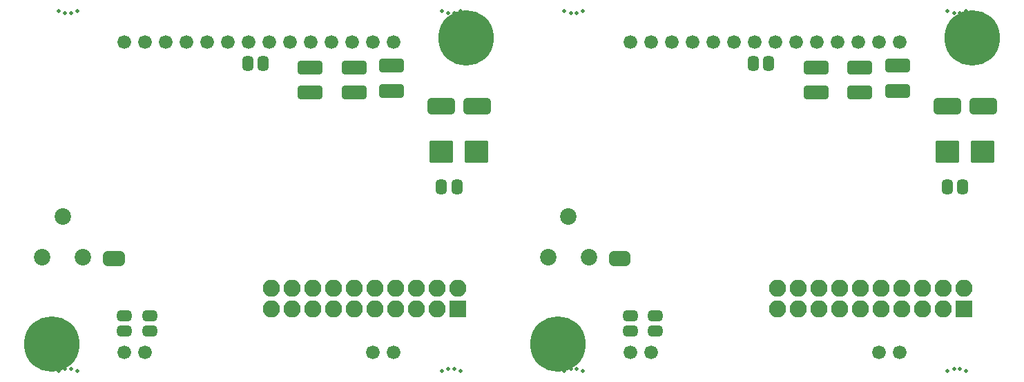
<source format=gts>
G04 #@! TF.GenerationSoftware,KiCad,Pcbnew,7.0.2-0*
G04 #@! TF.CreationDate,2023-05-23T19:49:29+02:00*
G04 #@! TF.ProjectId,dogs102,646f6773-3130-4322-9e6b-696361645f70,rev?*
G04 #@! TF.SameCoordinates,Original*
G04 #@! TF.FileFunction,Soldermask,Top*
G04 #@! TF.FilePolarity,Negative*
%FSLAX46Y46*%
G04 Gerber Fmt 4.6, Leading zero omitted, Abs format (unit mm)*
G04 Created by KiCad (PCBNEW 7.0.2-0) date 2023-05-23 19:49:29*
%MOMM*%
%LPD*%
G01*
G04 APERTURE LIST*
G04 Aperture macros list*
%AMRoundRect*
0 Rectangle with rounded corners*
0 $1 Rounding radius*
0 $2 $3 $4 $5 $6 $7 $8 $9 X,Y pos of 4 corners*
0 Add a 4 corners polygon primitive as box body*
4,1,4,$2,$3,$4,$5,$6,$7,$8,$9,$2,$3,0*
0 Add four circle primitives for the rounded corners*
1,1,$1+$1,$2,$3*
1,1,$1+$1,$4,$5*
1,1,$1+$1,$6,$7*
1,1,$1+$1,$8,$9*
0 Add four rect primitives between the rounded corners*
20,1,$1+$1,$2,$3,$4,$5,0*
20,1,$1+$1,$4,$5,$6,$7,0*
20,1,$1+$1,$6,$7,$8,$9,0*
20,1,$1+$1,$8,$9,$2,$3,0*%
%AMFreePoly0*
4,1,40,0.586777,0.930194,0.656366,0.874698,0.694986,0.794504,0.700000,0.750000,0.700000,-0.750000,0.680194,-0.836777,0.624698,-0.906366,0.544504,-0.944986,0.500000,-0.950000,0.000000,-0.950000,-0.022297,-0.944911,-0.071157,-0.944911,-0.127504,-0.936810,-0.264055,-0.896715,-0.315837,-0.873066,-0.435559,-0.796125,-0.478580,-0.758847,-0.571777,-0.651292,-0.602554,-0.603402,-0.661673,-0.473948,
-0.677710,-0.419330,-0.697964,-0.278464,-0.700000,-0.250000,-0.700000,0.250000,-0.697964,0.278464,-0.677710,0.419330,-0.661673,0.473948,-0.602554,0.603402,-0.571777,0.651292,-0.478580,0.758847,-0.435559,0.796125,-0.315837,0.873066,-0.264055,0.896715,-0.127504,0.936810,-0.071157,0.944911,-0.044660,0.944911,-0.044504,0.944986,0.000000,0.950000,0.500000,0.950000,0.586777,0.930194,
0.586777,0.930194,$1*%
%AMFreePoly1*
4,1,40,0.022297,0.944911,0.071157,0.944911,0.127504,0.936810,0.264055,0.896715,0.315837,0.873066,0.435559,0.796125,0.478580,0.758847,0.571777,0.651292,0.602554,0.603402,0.661673,0.473948,0.677710,0.419330,0.697964,0.278464,0.700000,0.250000,0.700000,-0.250000,0.697964,-0.278464,0.677710,-0.419330,0.661673,-0.473948,0.602554,-0.603402,0.571777,-0.651292,0.478580,-0.758847,
0.435559,-0.796125,0.315837,-0.873066,0.264055,-0.896715,0.127504,-0.936810,0.071157,-0.944911,0.044660,-0.944911,0.044504,-0.944986,0.000000,-0.950000,-0.500000,-0.950000,-0.586777,-0.930194,-0.656366,-0.874698,-0.694986,-0.794504,-0.700000,-0.750000,-0.700000,0.750000,-0.680194,0.836777,-0.624698,0.906366,-0.544504,0.944986,-0.500000,0.950000,0.000000,0.950000,0.022297,0.944911,
0.022297,0.944911,$1*%
G04 Aperture macros list end*
%ADD10RoundRect,0.450000X1.100000X-0.412500X1.100000X0.412500X-1.100000X0.412500X-1.100000X-0.412500X0*%
%ADD11C,1.200000*%
%ADD12C,6.800000*%
%ADD13RoundRect,0.443750X0.243750X0.456250X-0.243750X0.456250X-0.243750X-0.456250X0.243750X-0.456250X0*%
%ADD14RoundRect,0.450000X-1.250000X-0.550000X1.250000X-0.550000X1.250000X0.550000X-1.250000X0.550000X0*%
%ADD15RoundRect,0.443750X-0.243750X-0.456250X0.243750X-0.456250X0.243750X0.456250X-0.243750X0.456250X0*%
%ADD16RoundRect,0.200000X-1.250000X-1.150000X1.250000X-1.150000X1.250000X1.150000X-1.250000X1.150000X0*%
%ADD17RoundRect,0.443750X0.456250X-0.243750X0.456250X0.243750X-0.456250X0.243750X-0.456250X-0.243750X0*%
%ADD18C,1.680000*%
%ADD19FreePoly0,180.000000*%
%ADD20FreePoly1,180.000000*%
%ADD21C,2.020000*%
%ADD22C,0.500000*%
%ADD23RoundRect,0.200000X0.850000X-0.850000X0.850000X0.850000X-0.850000X0.850000X-0.850000X-0.850000X0*%
%ADD24O,2.100000X2.100000*%
G04 APERTURE END LIST*
D10*
X158710000Y-92600000D03*
X158710000Y-89475000D03*
X163322000Y-92370500D03*
X163322000Y-89245500D03*
X153310000Y-92600000D03*
X153310000Y-89475000D03*
D11*
X119266000Y-123444000D03*
X119968944Y-121746944D03*
X119968944Y-125141056D03*
X121666000Y-121044000D03*
D12*
X121666000Y-123444000D03*
D11*
X121666000Y-125844000D03*
X123363056Y-121746944D03*
X123363056Y-125141056D03*
X124066000Y-123444000D03*
X170066000Y-85852000D03*
X170768944Y-84154944D03*
X170768944Y-87549056D03*
X172466000Y-83452000D03*
D12*
X172466000Y-85852000D03*
D11*
X172466000Y-88252000D03*
X174163056Y-84154944D03*
X174163056Y-87549056D03*
X174866000Y-85852000D03*
D13*
X147547500Y-89000000D03*
X145672500Y-89000000D03*
D14*
X169418000Y-94234000D03*
X173818000Y-94234000D03*
D15*
X169418000Y-104140000D03*
X171293000Y-104140000D03*
D16*
X169418000Y-99822000D03*
X173718000Y-99822000D03*
D17*
X130556000Y-121875000D03*
X130556000Y-120000000D03*
X133610000Y-121875000D03*
X133610000Y-120000000D03*
D18*
X130556000Y-124460000D03*
X133096000Y-124460000D03*
X161036000Y-124460000D03*
X163576000Y-124460000D03*
X163576000Y-86360000D03*
X161036000Y-86360000D03*
X158496000Y-86360000D03*
X155956000Y-86360000D03*
X153416000Y-86360000D03*
X150876000Y-86360000D03*
X148336000Y-86360000D03*
X145796000Y-86360000D03*
X143256000Y-86360000D03*
X140716000Y-86360000D03*
X138176000Y-86360000D03*
X135636000Y-86360000D03*
X133096000Y-86360000D03*
X130556000Y-86360000D03*
D19*
X129910000Y-113000000D03*
D20*
X128610000Y-113000000D03*
D21*
X125460000Y-112800000D03*
X122960000Y-107800000D03*
X120460000Y-112800000D03*
D22*
X231460000Y-82550000D03*
X232260000Y-82800000D03*
X232960000Y-82800000D03*
X233760000Y-82550000D03*
D19*
X191910000Y-113000000D03*
D20*
X190610000Y-113000000D03*
D22*
X122460000Y-82550000D03*
X123260000Y-82800000D03*
X123960000Y-82800000D03*
X124760000Y-82550000D03*
D15*
X231418000Y-104140000D03*
X233293000Y-104140000D03*
D17*
X195610000Y-121875000D03*
X195610000Y-120000000D03*
D13*
X209547500Y-89000000D03*
X207672500Y-89000000D03*
D10*
X215310000Y-92600000D03*
X215310000Y-89475000D03*
D22*
X233760000Y-126750000D03*
X232960000Y-126500000D03*
X232260000Y-126500000D03*
X231460000Y-126750000D03*
D14*
X231418000Y-94234000D03*
X235818000Y-94234000D03*
D17*
X192556000Y-121875000D03*
X192556000Y-120000000D03*
D22*
X186760000Y-126750000D03*
X185960000Y-126500000D03*
X185260000Y-126500000D03*
X184460000Y-126750000D03*
X169460000Y-82550000D03*
X170260000Y-82800000D03*
X170960000Y-82800000D03*
X171760000Y-82550000D03*
D10*
X225322000Y-92370500D03*
X225322000Y-89245500D03*
D21*
X187460000Y-112800000D03*
X184960000Y-107800000D03*
X182460000Y-112800000D03*
D22*
X124760000Y-126750000D03*
X123960000Y-126500000D03*
X123260000Y-126500000D03*
X122460000Y-126750000D03*
D11*
X232066000Y-85852000D03*
X232768944Y-84154944D03*
X232768944Y-87549056D03*
X234466000Y-83452000D03*
D12*
X234466000Y-85852000D03*
D11*
X234466000Y-88252000D03*
X236163056Y-84154944D03*
X236163056Y-87549056D03*
X236866000Y-85852000D03*
D16*
X231418000Y-99822000D03*
X235718000Y-99822000D03*
D18*
X192556000Y-124460000D03*
X195096000Y-124460000D03*
X223036000Y-124460000D03*
X225576000Y-124460000D03*
X225576000Y-86360000D03*
X223036000Y-86360000D03*
X220496000Y-86360000D03*
X217956000Y-86360000D03*
X215416000Y-86360000D03*
X212876000Y-86360000D03*
X210336000Y-86360000D03*
X207796000Y-86360000D03*
X205256000Y-86360000D03*
X202716000Y-86360000D03*
X200176000Y-86360000D03*
X197636000Y-86360000D03*
X195096000Y-86360000D03*
X192556000Y-86360000D03*
D22*
X171760000Y-126750000D03*
X170960000Y-126500000D03*
X170260000Y-126500000D03*
X169460000Y-126750000D03*
X184460000Y-82550000D03*
X185260000Y-82800000D03*
X185960000Y-82800000D03*
X186760000Y-82550000D03*
D10*
X220710000Y-92600000D03*
X220710000Y-89475000D03*
D11*
X181266000Y-123444000D03*
X181968944Y-121746944D03*
X181968944Y-125141056D03*
X183666000Y-121044000D03*
D12*
X183666000Y-123444000D03*
D11*
X183666000Y-125844000D03*
X185363056Y-121746944D03*
X185363056Y-125141056D03*
X186066000Y-123444000D03*
D23*
X171450000Y-119126000D03*
D24*
X171450000Y-116586000D03*
X168910000Y-119126000D03*
X168910000Y-116586000D03*
X166370000Y-119126000D03*
X166370000Y-116586000D03*
X163830000Y-119126000D03*
X163830000Y-116586000D03*
X161290000Y-119126000D03*
X161290000Y-116586000D03*
X158750000Y-119126000D03*
X158750000Y-116586000D03*
X156210000Y-119126000D03*
X156210000Y-116586000D03*
X153670000Y-119126000D03*
X153670000Y-116586000D03*
X151130000Y-119126000D03*
X151130000Y-116586000D03*
X148590000Y-119126000D03*
X148590000Y-116586000D03*
D23*
X233450000Y-119126000D03*
D24*
X233450000Y-116586000D03*
X230910000Y-119126000D03*
X230910000Y-116586000D03*
X228370000Y-119126000D03*
X228370000Y-116586000D03*
X225830000Y-119126000D03*
X225830000Y-116586000D03*
X223290000Y-119126000D03*
X223290000Y-116586000D03*
X220750000Y-119126000D03*
X220750000Y-116586000D03*
X218210000Y-119126000D03*
X218210000Y-116586000D03*
X215670000Y-119126000D03*
X215670000Y-116586000D03*
X213130000Y-119126000D03*
X213130000Y-116586000D03*
X210590000Y-119126000D03*
X210590000Y-116586000D03*
M02*

</source>
